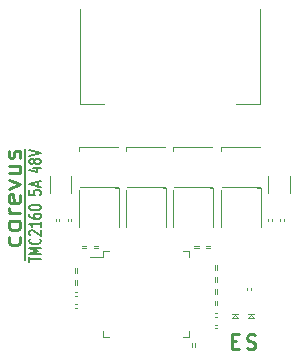
<source format=gbr>
%TF.GenerationSoftware,KiCad,Pcbnew,7.0.8-7.0.8~ubuntu22.04.1*%
%TF.CreationDate,2023-11-12T23:56:43-08:00*%
%TF.ProjectId,driver-tmc2160,64726976-6572-42d7-946d-63323136302e,rev?*%
%TF.SameCoordinates,Original*%
%TF.FileFunction,Legend,Top*%
%TF.FilePolarity,Positive*%
%FSLAX46Y46*%
G04 Gerber Fmt 4.6, Leading zero omitted, Abs format (unit mm)*
G04 Created by KiCad (PCBNEW 7.0.8-7.0.8~ubuntu22.04.1) date 2023-11-12 23:56:43*
%MOMM*%
%LPD*%
G01*
G04 APERTURE LIST*
%ADD10C,0.150000*%
%ADD11C,0.250000*%
%ADD12C,0.120000*%
%ADD13C,0.100000*%
G04 APERTURE END LIST*
D10*
X122750000Y-77400000D02*
X122750000Y-68000000D01*
D11*
X140232143Y-84241761D02*
X140648809Y-84241761D01*
X140827381Y-84896523D02*
X140232143Y-84896523D01*
X140232143Y-84896523D02*
X140232143Y-83646523D01*
X140232143Y-83646523D02*
X140827381Y-83646523D01*
X141542857Y-84837000D02*
X141721428Y-84896523D01*
X141721428Y-84896523D02*
X142019047Y-84896523D01*
X142019047Y-84896523D02*
X142138095Y-84837000D01*
X142138095Y-84837000D02*
X142197619Y-84777476D01*
X142197619Y-84777476D02*
X142257142Y-84658428D01*
X142257142Y-84658428D02*
X142257142Y-84539380D01*
X142257142Y-84539380D02*
X142197619Y-84420333D01*
X142197619Y-84420333D02*
X142138095Y-84360809D01*
X142138095Y-84360809D02*
X142019047Y-84301285D01*
X142019047Y-84301285D02*
X141780952Y-84241761D01*
X141780952Y-84241761D02*
X141661904Y-84182238D01*
X141661904Y-84182238D02*
X141602381Y-84122714D01*
X141602381Y-84122714D02*
X141542857Y-84003666D01*
X141542857Y-84003666D02*
X141542857Y-83884619D01*
X141542857Y-83884619D02*
X141602381Y-83765571D01*
X141602381Y-83765571D02*
X141661904Y-83706047D01*
X141661904Y-83706047D02*
X141780952Y-83646523D01*
X141780952Y-83646523D02*
X142078571Y-83646523D01*
X142078571Y-83646523D02*
X142257142Y-83706047D01*
X122282000Y-75385901D02*
X122353428Y-75528758D01*
X122353428Y-75528758D02*
X122353428Y-75814472D01*
X122353428Y-75814472D02*
X122282000Y-75957329D01*
X122282000Y-75957329D02*
X122210571Y-76028758D01*
X122210571Y-76028758D02*
X122067714Y-76100186D01*
X122067714Y-76100186D02*
X121639142Y-76100186D01*
X121639142Y-76100186D02*
X121496285Y-76028758D01*
X121496285Y-76028758D02*
X121424857Y-75957329D01*
X121424857Y-75957329D02*
X121353428Y-75814472D01*
X121353428Y-75814472D02*
X121353428Y-75528758D01*
X121353428Y-75528758D02*
X121424857Y-75385901D01*
X122353428Y-74528758D02*
X122282000Y-74671615D01*
X122282000Y-74671615D02*
X122210571Y-74743044D01*
X122210571Y-74743044D02*
X122067714Y-74814472D01*
X122067714Y-74814472D02*
X121639142Y-74814472D01*
X121639142Y-74814472D02*
X121496285Y-74743044D01*
X121496285Y-74743044D02*
X121424857Y-74671615D01*
X121424857Y-74671615D02*
X121353428Y-74528758D01*
X121353428Y-74528758D02*
X121353428Y-74314472D01*
X121353428Y-74314472D02*
X121424857Y-74171615D01*
X121424857Y-74171615D02*
X121496285Y-74100187D01*
X121496285Y-74100187D02*
X121639142Y-74028758D01*
X121639142Y-74028758D02*
X122067714Y-74028758D01*
X122067714Y-74028758D02*
X122210571Y-74100187D01*
X122210571Y-74100187D02*
X122282000Y-74171615D01*
X122282000Y-74171615D02*
X122353428Y-74314472D01*
X122353428Y-74314472D02*
X122353428Y-74528758D01*
X122353428Y-73385901D02*
X121353428Y-73385901D01*
X121639142Y-73385901D02*
X121496285Y-73314472D01*
X121496285Y-73314472D02*
X121424857Y-73243044D01*
X121424857Y-73243044D02*
X121353428Y-73100186D01*
X121353428Y-73100186D02*
X121353428Y-72957329D01*
X122282000Y-71885901D02*
X122353428Y-72028758D01*
X122353428Y-72028758D02*
X122353428Y-72314473D01*
X122353428Y-72314473D02*
X122282000Y-72457330D01*
X122282000Y-72457330D02*
X122139142Y-72528758D01*
X122139142Y-72528758D02*
X121567714Y-72528758D01*
X121567714Y-72528758D02*
X121424857Y-72457330D01*
X121424857Y-72457330D02*
X121353428Y-72314473D01*
X121353428Y-72314473D02*
X121353428Y-72028758D01*
X121353428Y-72028758D02*
X121424857Y-71885901D01*
X121424857Y-71885901D02*
X121567714Y-71814473D01*
X121567714Y-71814473D02*
X121710571Y-71814473D01*
X121710571Y-71814473D02*
X121853428Y-72528758D01*
X121353428Y-71314473D02*
X122353428Y-70957330D01*
X122353428Y-70957330D02*
X121353428Y-70600187D01*
X121353428Y-69385902D02*
X122353428Y-69385902D01*
X121353428Y-70028759D02*
X122139142Y-70028759D01*
X122139142Y-70028759D02*
X122282000Y-69957330D01*
X122282000Y-69957330D02*
X122353428Y-69814473D01*
X122353428Y-69814473D02*
X122353428Y-69600187D01*
X122353428Y-69600187D02*
X122282000Y-69457330D01*
X122282000Y-69457330D02*
X122210571Y-69385902D01*
X122282000Y-68743044D02*
X122353428Y-68600187D01*
X122353428Y-68600187D02*
X122353428Y-68314473D01*
X122353428Y-68314473D02*
X122282000Y-68171616D01*
X122282000Y-68171616D02*
X122139142Y-68100187D01*
X122139142Y-68100187D02*
X122067714Y-68100187D01*
X122067714Y-68100187D02*
X121924857Y-68171616D01*
X121924857Y-68171616D02*
X121853428Y-68314473D01*
X121853428Y-68314473D02*
X121853428Y-68528759D01*
X121853428Y-68528759D02*
X121782000Y-68671616D01*
X121782000Y-68671616D02*
X121639142Y-68743044D01*
X121639142Y-68743044D02*
X121567714Y-68743044D01*
X121567714Y-68743044D02*
X121424857Y-68671616D01*
X121424857Y-68671616D02*
X121353428Y-68528759D01*
X121353428Y-68528759D02*
X121353428Y-68314473D01*
X121353428Y-68314473D02*
X121424857Y-68171616D01*
D10*
X123089819Y-77534401D02*
X123089819Y-77105830D01*
X124089819Y-77320115D02*
X123089819Y-77320115D01*
X124089819Y-76855829D02*
X123089819Y-76855829D01*
X123089819Y-76855829D02*
X123804104Y-76605829D01*
X123804104Y-76605829D02*
X123089819Y-76355829D01*
X123089819Y-76355829D02*
X124089819Y-76355829D01*
X123994580Y-75570115D02*
X124042200Y-75605829D01*
X124042200Y-75605829D02*
X124089819Y-75712972D01*
X124089819Y-75712972D02*
X124089819Y-75784400D01*
X124089819Y-75784400D02*
X124042200Y-75891543D01*
X124042200Y-75891543D02*
X123946961Y-75962972D01*
X123946961Y-75962972D02*
X123851723Y-75998686D01*
X123851723Y-75998686D02*
X123661247Y-76034400D01*
X123661247Y-76034400D02*
X123518390Y-76034400D01*
X123518390Y-76034400D02*
X123327914Y-75998686D01*
X123327914Y-75998686D02*
X123232676Y-75962972D01*
X123232676Y-75962972D02*
X123137438Y-75891543D01*
X123137438Y-75891543D02*
X123089819Y-75784400D01*
X123089819Y-75784400D02*
X123089819Y-75712972D01*
X123089819Y-75712972D02*
X123137438Y-75605829D01*
X123137438Y-75605829D02*
X123185057Y-75570115D01*
X123185057Y-75284400D02*
X123137438Y-75248686D01*
X123137438Y-75248686D02*
X123089819Y-75177258D01*
X123089819Y-75177258D02*
X123089819Y-74998686D01*
X123089819Y-74998686D02*
X123137438Y-74927258D01*
X123137438Y-74927258D02*
X123185057Y-74891543D01*
X123185057Y-74891543D02*
X123280295Y-74855829D01*
X123280295Y-74855829D02*
X123375533Y-74855829D01*
X123375533Y-74855829D02*
X123518390Y-74891543D01*
X123518390Y-74891543D02*
X124089819Y-75320115D01*
X124089819Y-75320115D02*
X124089819Y-74855829D01*
X124089819Y-74141543D02*
X124089819Y-74570114D01*
X124089819Y-74355829D02*
X123089819Y-74355829D01*
X123089819Y-74355829D02*
X123232676Y-74427257D01*
X123232676Y-74427257D02*
X123327914Y-74498686D01*
X123327914Y-74498686D02*
X123375533Y-74570114D01*
X123089819Y-73498686D02*
X123089819Y-73641543D01*
X123089819Y-73641543D02*
X123137438Y-73712971D01*
X123137438Y-73712971D02*
X123185057Y-73748686D01*
X123185057Y-73748686D02*
X123327914Y-73820114D01*
X123327914Y-73820114D02*
X123518390Y-73855828D01*
X123518390Y-73855828D02*
X123899342Y-73855828D01*
X123899342Y-73855828D02*
X123994580Y-73820114D01*
X123994580Y-73820114D02*
X124042200Y-73784400D01*
X124042200Y-73784400D02*
X124089819Y-73712971D01*
X124089819Y-73712971D02*
X124089819Y-73570114D01*
X124089819Y-73570114D02*
X124042200Y-73498686D01*
X124042200Y-73498686D02*
X123994580Y-73462971D01*
X123994580Y-73462971D02*
X123899342Y-73427257D01*
X123899342Y-73427257D02*
X123661247Y-73427257D01*
X123661247Y-73427257D02*
X123566009Y-73462971D01*
X123566009Y-73462971D02*
X123518390Y-73498686D01*
X123518390Y-73498686D02*
X123470771Y-73570114D01*
X123470771Y-73570114D02*
X123470771Y-73712971D01*
X123470771Y-73712971D02*
X123518390Y-73784400D01*
X123518390Y-73784400D02*
X123566009Y-73820114D01*
X123566009Y-73820114D02*
X123661247Y-73855828D01*
X123089819Y-72962971D02*
X123089819Y-72891542D01*
X123089819Y-72891542D02*
X123137438Y-72820114D01*
X123137438Y-72820114D02*
X123185057Y-72784400D01*
X123185057Y-72784400D02*
X123280295Y-72748685D01*
X123280295Y-72748685D02*
X123470771Y-72712971D01*
X123470771Y-72712971D02*
X123708866Y-72712971D01*
X123708866Y-72712971D02*
X123899342Y-72748685D01*
X123899342Y-72748685D02*
X123994580Y-72784400D01*
X123994580Y-72784400D02*
X124042200Y-72820114D01*
X124042200Y-72820114D02*
X124089819Y-72891542D01*
X124089819Y-72891542D02*
X124089819Y-72962971D01*
X124089819Y-72962971D02*
X124042200Y-73034400D01*
X124042200Y-73034400D02*
X123994580Y-73070114D01*
X123994580Y-73070114D02*
X123899342Y-73105828D01*
X123899342Y-73105828D02*
X123708866Y-73141542D01*
X123708866Y-73141542D02*
X123470771Y-73141542D01*
X123470771Y-73141542D02*
X123280295Y-73105828D01*
X123280295Y-73105828D02*
X123185057Y-73070114D01*
X123185057Y-73070114D02*
X123137438Y-73034400D01*
X123137438Y-73034400D02*
X123089819Y-72962971D01*
X123089819Y-71462970D02*
X123089819Y-71820113D01*
X123089819Y-71820113D02*
X123566009Y-71855827D01*
X123566009Y-71855827D02*
X123518390Y-71820113D01*
X123518390Y-71820113D02*
X123470771Y-71748685D01*
X123470771Y-71748685D02*
X123470771Y-71570113D01*
X123470771Y-71570113D02*
X123518390Y-71498685D01*
X123518390Y-71498685D02*
X123566009Y-71462970D01*
X123566009Y-71462970D02*
X123661247Y-71427256D01*
X123661247Y-71427256D02*
X123899342Y-71427256D01*
X123899342Y-71427256D02*
X123994580Y-71462970D01*
X123994580Y-71462970D02*
X124042200Y-71498685D01*
X124042200Y-71498685D02*
X124089819Y-71570113D01*
X124089819Y-71570113D02*
X124089819Y-71748685D01*
X124089819Y-71748685D02*
X124042200Y-71820113D01*
X124042200Y-71820113D02*
X123994580Y-71855827D01*
X123804104Y-71141541D02*
X123804104Y-70784399D01*
X124089819Y-71212970D02*
X123089819Y-70962970D01*
X123089819Y-70962970D02*
X124089819Y-70712970D01*
X123423152Y-69570113D02*
X124089819Y-69570113D01*
X123042200Y-69748684D02*
X123756485Y-69927255D01*
X123756485Y-69927255D02*
X123756485Y-69462970D01*
X123518390Y-69070112D02*
X123470771Y-69141541D01*
X123470771Y-69141541D02*
X123423152Y-69177255D01*
X123423152Y-69177255D02*
X123327914Y-69212969D01*
X123327914Y-69212969D02*
X123280295Y-69212969D01*
X123280295Y-69212969D02*
X123185057Y-69177255D01*
X123185057Y-69177255D02*
X123137438Y-69141541D01*
X123137438Y-69141541D02*
X123089819Y-69070112D01*
X123089819Y-69070112D02*
X123089819Y-68927255D01*
X123089819Y-68927255D02*
X123137438Y-68855827D01*
X123137438Y-68855827D02*
X123185057Y-68820112D01*
X123185057Y-68820112D02*
X123280295Y-68784398D01*
X123280295Y-68784398D02*
X123327914Y-68784398D01*
X123327914Y-68784398D02*
X123423152Y-68820112D01*
X123423152Y-68820112D02*
X123470771Y-68855827D01*
X123470771Y-68855827D02*
X123518390Y-68927255D01*
X123518390Y-68927255D02*
X123518390Y-69070112D01*
X123518390Y-69070112D02*
X123566009Y-69141541D01*
X123566009Y-69141541D02*
X123613628Y-69177255D01*
X123613628Y-69177255D02*
X123708866Y-69212969D01*
X123708866Y-69212969D02*
X123899342Y-69212969D01*
X123899342Y-69212969D02*
X123994580Y-69177255D01*
X123994580Y-69177255D02*
X124042200Y-69141541D01*
X124042200Y-69141541D02*
X124089819Y-69070112D01*
X124089819Y-69070112D02*
X124089819Y-68927255D01*
X124089819Y-68927255D02*
X124042200Y-68855827D01*
X124042200Y-68855827D02*
X123994580Y-68820112D01*
X123994580Y-68820112D02*
X123899342Y-68784398D01*
X123899342Y-68784398D02*
X123708866Y-68784398D01*
X123708866Y-68784398D02*
X123613628Y-68820112D01*
X123613628Y-68820112D02*
X123566009Y-68855827D01*
X123566009Y-68855827D02*
X123518390Y-68927255D01*
X123089819Y-68570112D02*
X124089819Y-68320112D01*
X124089819Y-68320112D02*
X123089819Y-68070112D01*
D12*
%TO.C,M1*%
X142600000Y-64150000D02*
X142600000Y-56150000D01*
X142600000Y-64150000D02*
X140600000Y-64150000D01*
X127400000Y-64150000D02*
X129400000Y-64150000D01*
X127400000Y-64150000D02*
X127400000Y-56150000D01*
D13*
%TO.C,C7*%
X138800000Y-79200000D02*
X138800000Y-78800000D01*
X139000000Y-79200000D02*
X139000000Y-78800000D01*
%TO.C,Q8*%
X139300000Y-67800000D02*
X142600000Y-67800000D01*
X139300000Y-67800000D02*
X139300000Y-68100000D01*
X139400000Y-71200000D02*
X142600000Y-71200000D01*
%TO.C,Q4*%
X131300000Y-67800000D02*
X134600000Y-67800000D01*
X131300000Y-67800000D02*
X131300000Y-68100000D01*
X131400000Y-71200000D02*
X134600000Y-71200000D01*
%TO.C,D1*%
X140750000Y-82250000D02*
X140250000Y-82250000D01*
X140500000Y-82000000D01*
X140750000Y-82250000D01*
X140750000Y-81950000D02*
X140250000Y-81950000D01*
%TO.C,R12*%
X144650000Y-74100000D02*
X144650000Y-73900000D01*
X144350000Y-74100000D02*
X144350000Y-73900000D01*
%TO.C,C5*%
X139000000Y-80800000D02*
X139000000Y-81200000D01*
X138800000Y-80800000D02*
X138800000Y-81200000D01*
%TO.C,R8*%
X126650000Y-74100000D02*
X126650000Y-73900000D01*
X126350000Y-74100000D02*
X126350000Y-73900000D01*
%TO.C,C8*%
X127950000Y-76350000D02*
X127550000Y-76350000D01*
X127950000Y-76150000D02*
X127550000Y-76150000D01*
%TO.C,Q5*%
X138700000Y-71300000D02*
X138700000Y-74600000D01*
X138700000Y-71300000D02*
X138400000Y-71300000D01*
X135300000Y-71400000D02*
X135300000Y-74600000D01*
%TO.C,Q1*%
X130700000Y-71300000D02*
X130700000Y-74600000D01*
X130700000Y-71300000D02*
X130400000Y-71300000D01*
X127300000Y-71400000D02*
X127300000Y-74600000D01*
%TO.C,R9*%
X125650000Y-74100000D02*
X125650000Y-73900000D01*
X125350000Y-74100000D02*
X125350000Y-73900000D01*
%TO.C,C2*%
X138800000Y-80200000D02*
X138800000Y-79800000D01*
X139000000Y-80200000D02*
X139000000Y-79800000D01*
%TO.C,R4*%
X126950000Y-80400000D02*
X127150000Y-80400000D01*
X126950000Y-80100000D02*
X127150000Y-80100000D01*
%TO.C,C6*%
X127150000Y-78050000D02*
X127150000Y-78450000D01*
X126950000Y-78050000D02*
X126950000Y-78450000D01*
%TO.C,R3*%
X126950000Y-81400000D02*
X127150000Y-81400000D01*
X126950000Y-81100000D02*
X127150000Y-81100000D01*
%TO.C,C4*%
X126950000Y-79450000D02*
X126950000Y-79050000D01*
X127150000Y-79450000D02*
X127150000Y-79050000D01*
%TO.C,C11*%
X138450000Y-76350000D02*
X138050000Y-76350000D01*
X138450000Y-76150000D02*
X138050000Y-76150000D01*
%TO.C,Q2*%
X127300000Y-67800000D02*
X130600000Y-67800000D01*
X127300000Y-67800000D02*
X127300000Y-68100000D01*
X127400000Y-71200000D02*
X130600000Y-71200000D01*
%TO.C,D2*%
X142150000Y-81950000D02*
X141650000Y-81950000D01*
X142150000Y-82250000D02*
X141650000Y-82250000D01*
X141900000Y-82000000D01*
X142150000Y-82250000D01*
%TO.C,R16*%
X141550000Y-79700000D02*
X141550000Y-79900000D01*
X141850000Y-79700000D02*
X141850000Y-79900000D01*
D12*
%TO.C,U1*%
X129390000Y-76640000D02*
X129390000Y-77090000D01*
X129390000Y-77090000D02*
X128250000Y-77090000D01*
X129390000Y-83860000D02*
X129390000Y-83410000D01*
X129840000Y-76640000D02*
X129390000Y-76640000D01*
X129840000Y-83860000D02*
X129390000Y-83860000D01*
X136160000Y-76640000D02*
X136610000Y-76640000D01*
X136160000Y-83860000D02*
X136610000Y-83860000D01*
X136610000Y-76640000D02*
X136610000Y-77090000D01*
X136610000Y-83860000D02*
X136610000Y-83410000D01*
D13*
%TO.C,C9*%
X128950000Y-76350000D02*
X128550000Y-76350000D01*
X128950000Y-76150000D02*
X128550000Y-76150000D01*
%TO.C,Q3*%
X134700000Y-71300000D02*
X134700000Y-74600000D01*
X134700000Y-71300000D02*
X134400000Y-71300000D01*
X131300000Y-71400000D02*
X131300000Y-74600000D01*
%TO.C,R11*%
X143650000Y-74100000D02*
X143650000Y-73900000D01*
X143350000Y-74100000D02*
X143350000Y-73900000D01*
%TO.C,Q7*%
X142700000Y-71300000D02*
X142700000Y-74600000D01*
X142700000Y-71300000D02*
X142400000Y-71300000D01*
X139300000Y-71400000D02*
X139300000Y-74600000D01*
D12*
%TO.C,R13*%
X145160000Y-70272936D02*
X145160000Y-71727064D01*
X143340000Y-70272936D02*
X143340000Y-71727064D01*
D13*
%TO.C,Q6*%
X135300000Y-67800000D02*
X138600000Y-67800000D01*
X135300000Y-67800000D02*
X135300000Y-68100000D01*
X135400000Y-71200000D02*
X138600000Y-71200000D01*
%TO.C,C3*%
X137100000Y-84350000D02*
X137100000Y-84750000D01*
X136900000Y-84350000D02*
X136900000Y-84750000D01*
%TO.C,R1*%
X138800000Y-82150000D02*
X139000000Y-82150000D01*
X138800000Y-81850000D02*
X139000000Y-81850000D01*
%TO.C,C10*%
X137450000Y-76350000D02*
X137050000Y-76350000D01*
X137450000Y-76150000D02*
X137050000Y-76150000D01*
%TO.C,R2*%
X138800000Y-83150000D02*
X139000000Y-83150000D01*
X138800000Y-82850000D02*
X139000000Y-82850000D01*
D12*
%TO.C,R10*%
X126660000Y-70272936D02*
X126660000Y-71727064D01*
X124840000Y-70272936D02*
X124840000Y-71727064D01*
D13*
%TO.C,C1*%
X138800000Y-78200000D02*
X138800000Y-77800000D01*
X139000000Y-78200000D02*
X139000000Y-77800000D01*
%TD*%
M02*

</source>
